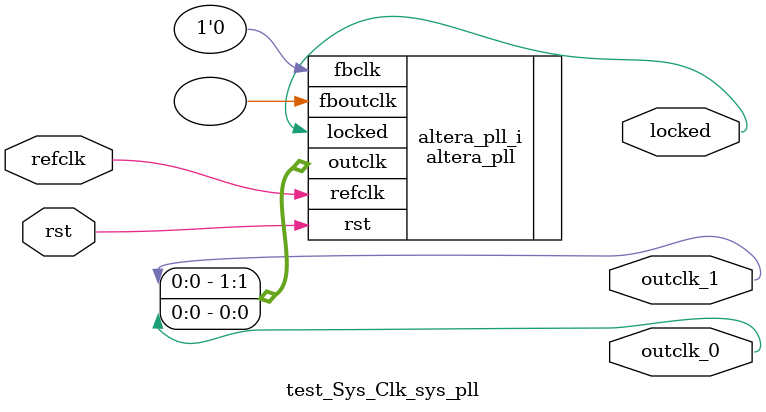
<source format=v>
`timescale 1ns/10ps
module  test_Sys_Clk_sys_pll(

	// interface 'refclk'
	input wire refclk,

	// interface 'reset'
	input wire rst,

	// interface 'outclk0'
	output wire outclk_0,

	// interface 'outclk1'
	output wire outclk_1,

	// interface 'locked'
	output wire locked
);

	altera_pll #(
		.fractional_vco_multiplier("false"),
		.reference_clock_frequency("50.0 MHz"),
		.operation_mode("direct"),
		.number_of_clocks(2),
		.output_clock_frequency0("50.000000 MHz"),
		.phase_shift0("0 ps"),
		.duty_cycle0(50),
		.output_clock_frequency1("50.000000 MHz"),
		.phase_shift1("-3000 ps"),
		.duty_cycle1(50),
		.output_clock_frequency2("0 MHz"),
		.phase_shift2("0 ps"),
		.duty_cycle2(50),
		.output_clock_frequency3("0 MHz"),
		.phase_shift3("0 ps"),
		.duty_cycle3(50),
		.output_clock_frequency4("0 MHz"),
		.phase_shift4("0 ps"),
		.duty_cycle4(50),
		.output_clock_frequency5("0 MHz"),
		.phase_shift5("0 ps"),
		.duty_cycle5(50),
		.output_clock_frequency6("0 MHz"),
		.phase_shift6("0 ps"),
		.duty_cycle6(50),
		.output_clock_frequency7("0 MHz"),
		.phase_shift7("0 ps"),
		.duty_cycle7(50),
		.output_clock_frequency8("0 MHz"),
		.phase_shift8("0 ps"),
		.duty_cycle8(50),
		.output_clock_frequency9("0 MHz"),
		.phase_shift9("0 ps"),
		.duty_cycle9(50),
		.output_clock_frequency10("0 MHz"),
		.phase_shift10("0 ps"),
		.duty_cycle10(50),
		.output_clock_frequency11("0 MHz"),
		.phase_shift11("0 ps"),
		.duty_cycle11(50),
		.output_clock_frequency12("0 MHz"),
		.phase_shift12("0 ps"),
		.duty_cycle12(50),
		.output_clock_frequency13("0 MHz"),
		.phase_shift13("0 ps"),
		.duty_cycle13(50),
		.output_clock_frequency14("0 MHz"),
		.phase_shift14("0 ps"),
		.duty_cycle14(50),
		.output_clock_frequency15("0 MHz"),
		.phase_shift15("0 ps"),
		.duty_cycle15(50),
		.output_clock_frequency16("0 MHz"),
		.phase_shift16("0 ps"),
		.duty_cycle16(50),
		.output_clock_frequency17("0 MHz"),
		.phase_shift17("0 ps"),
		.duty_cycle17(50),
		.pll_type("General"),
		.pll_subtype("General")
	) altera_pll_i (
		.rst	(rst),
		.outclk	({outclk_1, outclk_0}),
		.locked	(locked),
		.fboutclk	( ),
		.fbclk	(1'b0),
		.refclk	(refclk)
	);
endmodule


</source>
